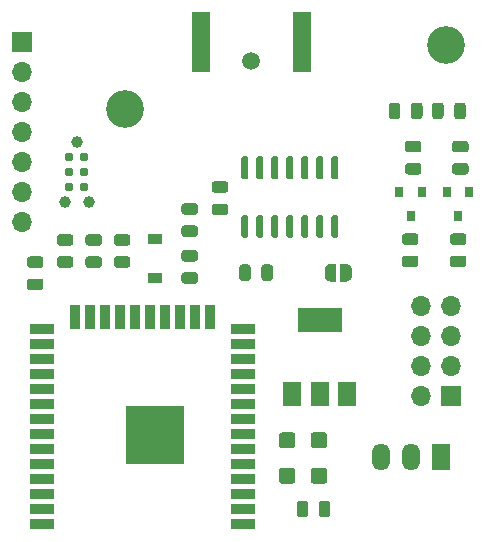
<source format=gts>
G04 #@! TF.GenerationSoftware,KiCad,Pcbnew,(5.1.9-0-10_14)*
G04 #@! TF.CreationDate,2021-01-29T16:34:27+01:00*
G04 #@! TF.ProjectId,ithowifi_4l,6974686f-7769-4666-995f-346c2e6b6963,rev?*
G04 #@! TF.SameCoordinates,Original*
G04 #@! TF.FileFunction,Soldermask,Top*
G04 #@! TF.FilePolarity,Negative*
%FSLAX46Y46*%
G04 Gerber Fmt 4.6, Leading zero omitted, Abs format (unit mm)*
G04 Created by KiCad (PCBNEW (5.1.9-0-10_14)) date 2021-01-29 16:34:27*
%MOMM*%
%LPD*%
G01*
G04 APERTURE LIST*
%ADD10C,3.200000*%
%ADD11C,0.787400*%
%ADD12C,0.990600*%
%ADD13R,2.000000X0.900000*%
%ADD14R,0.900000X2.000000*%
%ADD15R,5.000000X5.000000*%
%ADD16C,0.100000*%
%ADD17C,1.500000*%
%ADD18R,1.500000X2.000000*%
%ADD19R,3.800000X2.000000*%
%ADD20O,1.700000X1.700000*%
%ADD21R,1.700000X1.700000*%
%ADD22R,1.200000X0.900000*%
%ADD23R,1.500000X5.080000*%
%ADD24R,0.800000X0.900000*%
%ADD25O,1.500000X2.300000*%
%ADD26R,1.500000X2.300000*%
G04 APERTURE END LIST*
D10*
X94488000Y-113538000D03*
G36*
G01*
X104772600Y-124416000D02*
X104472600Y-124416000D01*
G75*
G02*
X104322600Y-124266000I0J150000D01*
G01*
X104322600Y-122616000D01*
G75*
G02*
X104472600Y-122466000I150000J0D01*
G01*
X104772600Y-122466000D01*
G75*
G02*
X104922600Y-122616000I0J-150000D01*
G01*
X104922600Y-124266000D01*
G75*
G02*
X104772600Y-124416000I-150000J0D01*
G01*
G37*
G36*
G01*
X106042600Y-124416000D02*
X105742600Y-124416000D01*
G75*
G02*
X105592600Y-124266000I0J150000D01*
G01*
X105592600Y-122616000D01*
G75*
G02*
X105742600Y-122466000I150000J0D01*
G01*
X106042600Y-122466000D01*
G75*
G02*
X106192600Y-122616000I0J-150000D01*
G01*
X106192600Y-124266000D01*
G75*
G02*
X106042600Y-124416000I-150000J0D01*
G01*
G37*
G36*
G01*
X107312600Y-124416000D02*
X107012600Y-124416000D01*
G75*
G02*
X106862600Y-124266000I0J150000D01*
G01*
X106862600Y-122616000D01*
G75*
G02*
X107012600Y-122466000I150000J0D01*
G01*
X107312600Y-122466000D01*
G75*
G02*
X107462600Y-122616000I0J-150000D01*
G01*
X107462600Y-124266000D01*
G75*
G02*
X107312600Y-124416000I-150000J0D01*
G01*
G37*
G36*
G01*
X108582600Y-124416000D02*
X108282600Y-124416000D01*
G75*
G02*
X108132600Y-124266000I0J150000D01*
G01*
X108132600Y-122616000D01*
G75*
G02*
X108282600Y-122466000I150000J0D01*
G01*
X108582600Y-122466000D01*
G75*
G02*
X108732600Y-122616000I0J-150000D01*
G01*
X108732600Y-124266000D01*
G75*
G02*
X108582600Y-124416000I-150000J0D01*
G01*
G37*
G36*
G01*
X109852600Y-124416000D02*
X109552600Y-124416000D01*
G75*
G02*
X109402600Y-124266000I0J150000D01*
G01*
X109402600Y-122616000D01*
G75*
G02*
X109552600Y-122466000I150000J0D01*
G01*
X109852600Y-122466000D01*
G75*
G02*
X110002600Y-122616000I0J-150000D01*
G01*
X110002600Y-124266000D01*
G75*
G02*
X109852600Y-124416000I-150000J0D01*
G01*
G37*
G36*
G01*
X111122600Y-124416000D02*
X110822600Y-124416000D01*
G75*
G02*
X110672600Y-124266000I0J150000D01*
G01*
X110672600Y-122616000D01*
G75*
G02*
X110822600Y-122466000I150000J0D01*
G01*
X111122600Y-122466000D01*
G75*
G02*
X111272600Y-122616000I0J-150000D01*
G01*
X111272600Y-124266000D01*
G75*
G02*
X111122600Y-124416000I-150000J0D01*
G01*
G37*
G36*
G01*
X112392600Y-124416000D02*
X112092600Y-124416000D01*
G75*
G02*
X111942600Y-124266000I0J150000D01*
G01*
X111942600Y-122616000D01*
G75*
G02*
X112092600Y-122466000I150000J0D01*
G01*
X112392600Y-122466000D01*
G75*
G02*
X112542600Y-122616000I0J-150000D01*
G01*
X112542600Y-124266000D01*
G75*
G02*
X112392600Y-124416000I-150000J0D01*
G01*
G37*
G36*
G01*
X112392600Y-119466000D02*
X112092600Y-119466000D01*
G75*
G02*
X111942600Y-119316000I0J150000D01*
G01*
X111942600Y-117666000D01*
G75*
G02*
X112092600Y-117516000I150000J0D01*
G01*
X112392600Y-117516000D01*
G75*
G02*
X112542600Y-117666000I0J-150000D01*
G01*
X112542600Y-119316000D01*
G75*
G02*
X112392600Y-119466000I-150000J0D01*
G01*
G37*
G36*
G01*
X111122600Y-119466000D02*
X110822600Y-119466000D01*
G75*
G02*
X110672600Y-119316000I0J150000D01*
G01*
X110672600Y-117666000D01*
G75*
G02*
X110822600Y-117516000I150000J0D01*
G01*
X111122600Y-117516000D01*
G75*
G02*
X111272600Y-117666000I0J-150000D01*
G01*
X111272600Y-119316000D01*
G75*
G02*
X111122600Y-119466000I-150000J0D01*
G01*
G37*
G36*
G01*
X109852600Y-119466000D02*
X109552600Y-119466000D01*
G75*
G02*
X109402600Y-119316000I0J150000D01*
G01*
X109402600Y-117666000D01*
G75*
G02*
X109552600Y-117516000I150000J0D01*
G01*
X109852600Y-117516000D01*
G75*
G02*
X110002600Y-117666000I0J-150000D01*
G01*
X110002600Y-119316000D01*
G75*
G02*
X109852600Y-119466000I-150000J0D01*
G01*
G37*
G36*
G01*
X108582600Y-119466000D02*
X108282600Y-119466000D01*
G75*
G02*
X108132600Y-119316000I0J150000D01*
G01*
X108132600Y-117666000D01*
G75*
G02*
X108282600Y-117516000I150000J0D01*
G01*
X108582600Y-117516000D01*
G75*
G02*
X108732600Y-117666000I0J-150000D01*
G01*
X108732600Y-119316000D01*
G75*
G02*
X108582600Y-119466000I-150000J0D01*
G01*
G37*
G36*
G01*
X107312600Y-119466000D02*
X107012600Y-119466000D01*
G75*
G02*
X106862600Y-119316000I0J150000D01*
G01*
X106862600Y-117666000D01*
G75*
G02*
X107012600Y-117516000I150000J0D01*
G01*
X107312600Y-117516000D01*
G75*
G02*
X107462600Y-117666000I0J-150000D01*
G01*
X107462600Y-119316000D01*
G75*
G02*
X107312600Y-119466000I-150000J0D01*
G01*
G37*
G36*
G01*
X106042600Y-119466000D02*
X105742600Y-119466000D01*
G75*
G02*
X105592600Y-119316000I0J150000D01*
G01*
X105592600Y-117666000D01*
G75*
G02*
X105742600Y-117516000I150000J0D01*
G01*
X106042600Y-117516000D01*
G75*
G02*
X106192600Y-117666000I0J-150000D01*
G01*
X106192600Y-119316000D01*
G75*
G02*
X106042600Y-119466000I-150000J0D01*
G01*
G37*
G36*
G01*
X104772600Y-119466000D02*
X104472600Y-119466000D01*
G75*
G02*
X104322600Y-119316000I0J150000D01*
G01*
X104322600Y-117666000D01*
G75*
G02*
X104472600Y-117516000I150000J0D01*
G01*
X104772600Y-117516000D01*
G75*
G02*
X104922600Y-117666000I0J-150000D01*
G01*
X104922600Y-119316000D01*
G75*
G02*
X104772600Y-119466000I-150000J0D01*
G01*
G37*
D11*
X91033600Y-120142000D03*
X91033600Y-118872000D03*
X89763600Y-120142000D03*
X89763600Y-118872000D03*
X89763600Y-117602000D03*
X91033600Y-117602000D03*
D12*
X89382600Y-121412000D03*
X91414600Y-121412000D03*
X90398600Y-116332000D03*
D10*
X121630000Y-108120000D03*
D13*
X87477600Y-148615400D03*
X87477600Y-147345400D03*
X87477600Y-146075400D03*
X87477600Y-144805400D03*
X87477600Y-143535400D03*
X87477600Y-142265400D03*
X87477600Y-140995400D03*
X87477600Y-139725400D03*
X87477600Y-138455400D03*
X87477600Y-137185400D03*
X87477600Y-135915400D03*
X87477600Y-134645400D03*
X87477600Y-133375400D03*
X87477600Y-132105400D03*
D14*
X90262600Y-131105400D03*
X91532600Y-131105400D03*
X92802600Y-131105400D03*
X94072600Y-131105400D03*
X95342600Y-131105400D03*
X96612600Y-131105400D03*
X97882600Y-131105400D03*
X99152600Y-131105400D03*
X100422600Y-131105400D03*
X101692600Y-131105400D03*
D13*
X104477600Y-132105400D03*
X104477600Y-133375400D03*
X104477600Y-134645400D03*
X104477600Y-135915400D03*
X104477600Y-137185400D03*
X104477600Y-138455400D03*
X104477600Y-139725400D03*
X104477600Y-140995400D03*
X104477600Y-142265400D03*
X104477600Y-143535400D03*
X104477600Y-144805400D03*
X104477600Y-146075400D03*
X104477600Y-147345400D03*
X104477600Y-148615400D03*
D15*
X96977600Y-141115400D03*
D16*
G36*
X111872000Y-128104998D02*
G01*
X111847466Y-128104998D01*
X111798635Y-128100188D01*
X111750510Y-128090616D01*
X111703555Y-128076372D01*
X111658222Y-128057595D01*
X111614949Y-128034464D01*
X111574150Y-128007204D01*
X111536221Y-127976076D01*
X111501524Y-127941379D01*
X111470396Y-127903450D01*
X111443136Y-127862651D01*
X111420005Y-127819378D01*
X111401228Y-127774045D01*
X111386984Y-127727090D01*
X111377412Y-127678965D01*
X111372602Y-127630134D01*
X111372602Y-127605600D01*
X111372000Y-127605600D01*
X111372000Y-127105600D01*
X111372602Y-127105600D01*
X111372602Y-127081066D01*
X111377412Y-127032235D01*
X111386984Y-126984110D01*
X111401228Y-126937155D01*
X111420005Y-126891822D01*
X111443136Y-126848549D01*
X111470396Y-126807750D01*
X111501524Y-126769821D01*
X111536221Y-126735124D01*
X111574150Y-126703996D01*
X111614949Y-126676736D01*
X111658222Y-126653605D01*
X111703555Y-126634828D01*
X111750510Y-126620584D01*
X111798635Y-126611012D01*
X111847466Y-126606202D01*
X111872000Y-126606202D01*
X111872000Y-126605600D01*
X112372000Y-126605600D01*
X112372000Y-128105600D01*
X111872000Y-128105600D01*
X111872000Y-128104998D01*
G37*
G36*
X112672000Y-126605600D02*
G01*
X113172000Y-126605600D01*
X113172000Y-126606202D01*
X113196534Y-126606202D01*
X113245365Y-126611012D01*
X113293490Y-126620584D01*
X113340445Y-126634828D01*
X113385778Y-126653605D01*
X113429051Y-126676736D01*
X113469850Y-126703996D01*
X113507779Y-126735124D01*
X113542476Y-126769821D01*
X113573604Y-126807750D01*
X113600864Y-126848549D01*
X113623995Y-126891822D01*
X113642772Y-126937155D01*
X113657016Y-126984110D01*
X113666588Y-127032235D01*
X113671398Y-127081066D01*
X113671398Y-127105600D01*
X113672000Y-127105600D01*
X113672000Y-127605600D01*
X113671398Y-127605600D01*
X113671398Y-127630134D01*
X113666588Y-127678965D01*
X113657016Y-127727090D01*
X113642772Y-127774045D01*
X113623995Y-127819378D01*
X113600864Y-127862651D01*
X113573604Y-127903450D01*
X113542476Y-127941379D01*
X113507779Y-127976076D01*
X113469850Y-128007204D01*
X113429051Y-128034464D01*
X113385778Y-128057595D01*
X113340445Y-128076372D01*
X113293490Y-128090616D01*
X113245365Y-128100188D01*
X113196534Y-128104998D01*
X113172000Y-128104998D01*
X113172000Y-128105600D01*
X112672000Y-128105600D01*
X112672000Y-126605600D01*
G37*
G36*
G01*
X106014700Y-127811850D02*
X106014700Y-126899350D01*
G75*
G02*
X106258450Y-126655600I243750J0D01*
G01*
X106745950Y-126655600D01*
G75*
G02*
X106989700Y-126899350I0J-243750D01*
G01*
X106989700Y-127811850D01*
G75*
G02*
X106745950Y-128055600I-243750J0D01*
G01*
X106258450Y-128055600D01*
G75*
G02*
X106014700Y-127811850I0J243750D01*
G01*
G37*
G36*
G01*
X104139700Y-127811850D02*
X104139700Y-126899350D01*
G75*
G02*
X104383450Y-126655600I243750J0D01*
G01*
X104870950Y-126655600D01*
G75*
G02*
X105114700Y-126899350I0J-243750D01*
G01*
X105114700Y-127811850D01*
G75*
G02*
X104870950Y-128055600I-243750J0D01*
G01*
X104383450Y-128055600D01*
G75*
G02*
X104139700Y-127811850I0J243750D01*
G01*
G37*
G36*
G01*
X108896400Y-141129199D02*
X108896400Y-141979201D01*
G75*
G02*
X108646401Y-142229200I-249999J0D01*
G01*
X107746399Y-142229200D01*
G75*
G02*
X107496400Y-141979201I0J249999D01*
G01*
X107496400Y-141129199D01*
G75*
G02*
X107746399Y-140879200I249999J0D01*
G01*
X108646401Y-140879200D01*
G75*
G02*
X108896400Y-141129199I0J-249999D01*
G01*
G37*
G36*
G01*
X111596400Y-141129199D02*
X111596400Y-141979201D01*
G75*
G02*
X111346401Y-142229200I-249999J0D01*
G01*
X110446399Y-142229200D01*
G75*
G02*
X110196400Y-141979201I0J249999D01*
G01*
X110196400Y-141129199D01*
G75*
G02*
X110446399Y-140879200I249999J0D01*
G01*
X111346401Y-140879200D01*
G75*
G02*
X111596400Y-141129199I0J-249999D01*
G01*
G37*
G36*
G01*
X108900200Y-144126399D02*
X108900200Y-144976401D01*
G75*
G02*
X108650201Y-145226400I-249999J0D01*
G01*
X107750199Y-145226400D01*
G75*
G02*
X107500200Y-144976401I0J249999D01*
G01*
X107500200Y-144126399D01*
G75*
G02*
X107750199Y-143876400I249999J0D01*
G01*
X108650201Y-143876400D01*
G75*
G02*
X108900200Y-144126399I0J-249999D01*
G01*
G37*
G36*
G01*
X111600200Y-144126399D02*
X111600200Y-144976401D01*
G75*
G02*
X111350201Y-145226400I-249999J0D01*
G01*
X110450199Y-145226400D01*
G75*
G02*
X110200200Y-144976401I0J249999D01*
G01*
X110200200Y-144126399D01*
G75*
G02*
X110450199Y-143876400I249999J0D01*
G01*
X111350201Y-143876400D01*
G75*
G02*
X111600200Y-144126399I0J-249999D01*
G01*
G37*
D17*
X105181400Y-109474000D03*
G36*
G01*
X87324250Y-126954100D02*
X86411750Y-126954100D01*
G75*
G02*
X86168000Y-126710350I0J243750D01*
G01*
X86168000Y-126222850D01*
G75*
G02*
X86411750Y-125979100I243750J0D01*
G01*
X87324250Y-125979100D01*
G75*
G02*
X87568000Y-126222850I0J-243750D01*
G01*
X87568000Y-126710350D01*
G75*
G02*
X87324250Y-126954100I-243750J0D01*
G01*
G37*
G36*
G01*
X87324250Y-128829100D02*
X86411750Y-128829100D01*
G75*
G02*
X86168000Y-128585350I0J243750D01*
G01*
X86168000Y-128097850D01*
G75*
G02*
X86411750Y-127854100I243750J0D01*
G01*
X87324250Y-127854100D01*
G75*
G02*
X87568000Y-128097850I0J-243750D01*
G01*
X87568000Y-128585350D01*
G75*
G02*
X87324250Y-128829100I-243750J0D01*
G01*
G37*
G36*
G01*
X88951750Y-125974500D02*
X89864250Y-125974500D01*
G75*
G02*
X90108000Y-126218250I0J-243750D01*
G01*
X90108000Y-126705750D01*
G75*
G02*
X89864250Y-126949500I-243750J0D01*
G01*
X88951750Y-126949500D01*
G75*
G02*
X88708000Y-126705750I0J243750D01*
G01*
X88708000Y-126218250D01*
G75*
G02*
X88951750Y-125974500I243750J0D01*
G01*
G37*
G36*
G01*
X88951750Y-124099500D02*
X89864250Y-124099500D01*
G75*
G02*
X90108000Y-124343250I0J-243750D01*
G01*
X90108000Y-124830750D01*
G75*
G02*
X89864250Y-125074500I-243750J0D01*
G01*
X88951750Y-125074500D01*
G75*
G02*
X88708000Y-124830750I0J243750D01*
G01*
X88708000Y-124343250D01*
G75*
G02*
X88951750Y-124099500I243750J0D01*
G01*
G37*
D18*
X108647200Y-137668000D03*
X113247200Y-137668000D03*
X110947200Y-137668000D03*
D19*
X110947200Y-131368000D03*
G36*
G01*
X94690250Y-125074500D02*
X93777750Y-125074500D01*
G75*
G02*
X93534000Y-124830750I0J243750D01*
G01*
X93534000Y-124343250D01*
G75*
G02*
X93777750Y-124099500I243750J0D01*
G01*
X94690250Y-124099500D01*
G75*
G02*
X94934000Y-124343250I0J-243750D01*
G01*
X94934000Y-124830750D01*
G75*
G02*
X94690250Y-125074500I-243750J0D01*
G01*
G37*
G36*
G01*
X94690250Y-126949500D02*
X93777750Y-126949500D01*
G75*
G02*
X93534000Y-126705750I0J243750D01*
G01*
X93534000Y-126218250D01*
G75*
G02*
X93777750Y-125974500I243750J0D01*
G01*
X94690250Y-125974500D01*
G75*
G02*
X94934000Y-126218250I0J-243750D01*
G01*
X94934000Y-126705750D01*
G75*
G02*
X94690250Y-126949500I-243750J0D01*
G01*
G37*
G36*
G01*
X100405250Y-122458300D02*
X99492750Y-122458300D01*
G75*
G02*
X99249000Y-122214550I0J243750D01*
G01*
X99249000Y-121727050D01*
G75*
G02*
X99492750Y-121483300I243750J0D01*
G01*
X100405250Y-121483300D01*
G75*
G02*
X100649000Y-121727050I0J-243750D01*
G01*
X100649000Y-122214550D01*
G75*
G02*
X100405250Y-122458300I-243750J0D01*
G01*
G37*
G36*
G01*
X100405250Y-124333300D02*
X99492750Y-124333300D01*
G75*
G02*
X99249000Y-124089550I0J243750D01*
G01*
X99249000Y-123602050D01*
G75*
G02*
X99492750Y-123358300I243750J0D01*
G01*
X100405250Y-123358300D01*
G75*
G02*
X100649000Y-123602050I0J-243750D01*
G01*
X100649000Y-124089550D01*
G75*
G02*
X100405250Y-124333300I-243750J0D01*
G01*
G37*
D20*
X85725000Y-123037600D03*
X85725000Y-120497600D03*
X85725000Y-117957600D03*
X85725000Y-115417600D03*
X85725000Y-112877600D03*
X85725000Y-110337600D03*
D21*
X85725000Y-107797600D03*
D22*
X97028000Y-124536200D03*
X97028000Y-127836200D03*
G36*
G01*
X110886900Y-147827050D02*
X110886900Y-146914550D01*
G75*
G02*
X111130650Y-146670800I243750J0D01*
G01*
X111618150Y-146670800D01*
G75*
G02*
X111861900Y-146914550I0J-243750D01*
G01*
X111861900Y-147827050D01*
G75*
G02*
X111618150Y-148070800I-243750J0D01*
G01*
X111130650Y-148070800D01*
G75*
G02*
X110886900Y-147827050I0J243750D01*
G01*
G37*
G36*
G01*
X109011900Y-147827050D02*
X109011900Y-146914550D01*
G75*
G02*
X109255650Y-146670800I243750J0D01*
G01*
X109743150Y-146670800D01*
G75*
G02*
X109986900Y-146914550I0J-243750D01*
G01*
X109986900Y-147827050D01*
G75*
G02*
X109743150Y-148070800I-243750J0D01*
G01*
X109255650Y-148070800D01*
G75*
G02*
X109011900Y-147827050I0J243750D01*
G01*
G37*
G36*
G01*
X99492750Y-127323000D02*
X100405250Y-127323000D01*
G75*
G02*
X100649000Y-127566750I0J-243750D01*
G01*
X100649000Y-128054250D01*
G75*
G02*
X100405250Y-128298000I-243750J0D01*
G01*
X99492750Y-128298000D01*
G75*
G02*
X99249000Y-128054250I0J243750D01*
G01*
X99249000Y-127566750D01*
G75*
G02*
X99492750Y-127323000I243750J0D01*
G01*
G37*
G36*
G01*
X99492750Y-125448000D02*
X100405250Y-125448000D01*
G75*
G02*
X100649000Y-125691750I0J-243750D01*
G01*
X100649000Y-126179250D01*
G75*
G02*
X100405250Y-126423000I-243750J0D01*
G01*
X99492750Y-126423000D01*
G75*
G02*
X99249000Y-126179250I0J243750D01*
G01*
X99249000Y-125691750D01*
G75*
G02*
X99492750Y-125448000I243750J0D01*
G01*
G37*
D23*
X100931400Y-107848400D03*
X109431400Y-107848400D03*
G36*
G01*
X118687000Y-114121250D02*
X118687000Y-113208750D01*
G75*
G02*
X118930750Y-112965000I243750J0D01*
G01*
X119418250Y-112965000D01*
G75*
G02*
X119662000Y-113208750I0J-243750D01*
G01*
X119662000Y-114121250D01*
G75*
G02*
X119418250Y-114365000I-243750J0D01*
G01*
X118930750Y-114365000D01*
G75*
G02*
X118687000Y-114121250I0J243750D01*
G01*
G37*
G36*
G01*
X116812000Y-114121250D02*
X116812000Y-113208750D01*
G75*
G02*
X117055750Y-112965000I243750J0D01*
G01*
X117543250Y-112965000D01*
G75*
G02*
X117787000Y-113208750I0J-243750D01*
G01*
X117787000Y-114121250D01*
G75*
G02*
X117543250Y-114365000I-243750J0D01*
G01*
X117055750Y-114365000D01*
G75*
G02*
X116812000Y-114121250I0J243750D01*
G01*
G37*
G36*
G01*
X92277250Y-126949500D02*
X91364750Y-126949500D01*
G75*
G02*
X91121000Y-126705750I0J243750D01*
G01*
X91121000Y-126218250D01*
G75*
G02*
X91364750Y-125974500I243750J0D01*
G01*
X92277250Y-125974500D01*
G75*
G02*
X92521000Y-126218250I0J-243750D01*
G01*
X92521000Y-126705750D01*
G75*
G02*
X92277250Y-126949500I-243750J0D01*
G01*
G37*
G36*
G01*
X92277250Y-125074500D02*
X91364750Y-125074500D01*
G75*
G02*
X91121000Y-124830750I0J243750D01*
G01*
X91121000Y-124343250D01*
G75*
G02*
X91364750Y-124099500I243750J0D01*
G01*
X92277250Y-124099500D01*
G75*
G02*
X92521000Y-124343250I0J-243750D01*
G01*
X92521000Y-124830750D01*
G75*
G02*
X92277250Y-125074500I-243750J0D01*
G01*
G37*
G36*
G01*
X121442300Y-113208750D02*
X121442300Y-114121250D01*
G75*
G02*
X121198550Y-114365000I-243750J0D01*
G01*
X120711050Y-114365000D01*
G75*
G02*
X120467300Y-114121250I0J243750D01*
G01*
X120467300Y-113208750D01*
G75*
G02*
X120711050Y-112965000I243750J0D01*
G01*
X121198550Y-112965000D01*
G75*
G02*
X121442300Y-113208750I0J-243750D01*
G01*
G37*
G36*
G01*
X123317300Y-113208750D02*
X123317300Y-114121250D01*
G75*
G02*
X123073550Y-114365000I-243750J0D01*
G01*
X122586050Y-114365000D01*
G75*
G02*
X122342300Y-114121250I0J243750D01*
G01*
X122342300Y-113208750D01*
G75*
G02*
X122586050Y-112965000I243750J0D01*
G01*
X123073550Y-112965000D01*
G75*
G02*
X123317300Y-113208750I0J-243750D01*
G01*
G37*
G36*
G01*
X118161750Y-125911000D02*
X119074250Y-125911000D01*
G75*
G02*
X119318000Y-126154750I0J-243750D01*
G01*
X119318000Y-126642250D01*
G75*
G02*
X119074250Y-126886000I-243750J0D01*
G01*
X118161750Y-126886000D01*
G75*
G02*
X117918000Y-126642250I0J243750D01*
G01*
X117918000Y-126154750D01*
G75*
G02*
X118161750Y-125911000I243750J0D01*
G01*
G37*
G36*
G01*
X118161750Y-124036000D02*
X119074250Y-124036000D01*
G75*
G02*
X119318000Y-124279750I0J-243750D01*
G01*
X119318000Y-124767250D01*
G75*
G02*
X119074250Y-125011000I-243750J0D01*
G01*
X118161750Y-125011000D01*
G75*
G02*
X117918000Y-124767250I0J243750D01*
G01*
X117918000Y-124279750D01*
G75*
G02*
X118161750Y-124036000I243750J0D01*
G01*
G37*
G36*
G01*
X122225750Y-125911000D02*
X123138250Y-125911000D01*
G75*
G02*
X123382000Y-126154750I0J-243750D01*
G01*
X123382000Y-126642250D01*
G75*
G02*
X123138250Y-126886000I-243750J0D01*
G01*
X122225750Y-126886000D01*
G75*
G02*
X121982000Y-126642250I0J243750D01*
G01*
X121982000Y-126154750D01*
G75*
G02*
X122225750Y-125911000I243750J0D01*
G01*
G37*
G36*
G01*
X122225750Y-124036000D02*
X123138250Y-124036000D01*
G75*
G02*
X123382000Y-124279750I0J-243750D01*
G01*
X123382000Y-124767250D01*
G75*
G02*
X123138250Y-125011000I-243750J0D01*
G01*
X122225750Y-125011000D01*
G75*
G02*
X121982000Y-124767250I0J243750D01*
G01*
X121982000Y-124279750D01*
G75*
G02*
X122225750Y-124036000I243750J0D01*
G01*
G37*
G36*
G01*
X118415750Y-118074400D02*
X119328250Y-118074400D01*
G75*
G02*
X119572000Y-118318150I0J-243750D01*
G01*
X119572000Y-118805650D01*
G75*
G02*
X119328250Y-119049400I-243750J0D01*
G01*
X118415750Y-119049400D01*
G75*
G02*
X118172000Y-118805650I0J243750D01*
G01*
X118172000Y-118318150D01*
G75*
G02*
X118415750Y-118074400I243750J0D01*
G01*
G37*
G36*
G01*
X118415750Y-116199400D02*
X119328250Y-116199400D01*
G75*
G02*
X119572000Y-116443150I0J-243750D01*
G01*
X119572000Y-116930650D01*
G75*
G02*
X119328250Y-117174400I-243750J0D01*
G01*
X118415750Y-117174400D01*
G75*
G02*
X118172000Y-116930650I0J243750D01*
G01*
X118172000Y-116443150D01*
G75*
G02*
X118415750Y-116199400I243750J0D01*
G01*
G37*
G36*
G01*
X123316050Y-117174400D02*
X122403550Y-117174400D01*
G75*
G02*
X122159800Y-116930650I0J243750D01*
G01*
X122159800Y-116443150D01*
G75*
G02*
X122403550Y-116199400I243750J0D01*
G01*
X123316050Y-116199400D01*
G75*
G02*
X123559800Y-116443150I0J-243750D01*
G01*
X123559800Y-116930650D01*
G75*
G02*
X123316050Y-117174400I-243750J0D01*
G01*
G37*
G36*
G01*
X123316050Y-119049400D02*
X122403550Y-119049400D01*
G75*
G02*
X122159800Y-118805650I0J243750D01*
G01*
X122159800Y-118318150D01*
G75*
G02*
X122403550Y-118074400I243750J0D01*
G01*
X123316050Y-118074400D01*
G75*
G02*
X123559800Y-118318150I0J-243750D01*
G01*
X123559800Y-118805650D01*
G75*
G02*
X123316050Y-119049400I-243750J0D01*
G01*
G37*
G36*
G01*
X102970650Y-122479100D02*
X102058150Y-122479100D01*
G75*
G02*
X101814400Y-122235350I0J243750D01*
G01*
X101814400Y-121747850D01*
G75*
G02*
X102058150Y-121504100I243750J0D01*
G01*
X102970650Y-121504100D01*
G75*
G02*
X103214400Y-121747850I0J-243750D01*
G01*
X103214400Y-122235350D01*
G75*
G02*
X102970650Y-122479100I-243750J0D01*
G01*
G37*
G36*
G01*
X102970650Y-120604100D02*
X102058150Y-120604100D01*
G75*
G02*
X101814400Y-120360350I0J243750D01*
G01*
X101814400Y-119872850D01*
G75*
G02*
X102058150Y-119629100I243750J0D01*
G01*
X102970650Y-119629100D01*
G75*
G02*
X103214400Y-119872850I0J-243750D01*
G01*
X103214400Y-120360350D01*
G75*
G02*
X102970650Y-120604100I-243750J0D01*
G01*
G37*
D24*
X118658600Y-122539000D03*
X117708600Y-120539000D03*
X119608600Y-120539000D03*
X122656600Y-122539000D03*
X121706600Y-120539000D03*
X123606600Y-120539000D03*
D25*
X116179600Y-142951200D03*
X118719600Y-142951200D03*
D26*
X121259600Y-142951200D03*
D21*
X122047000Y-137795000D03*
D20*
X119507000Y-137795000D03*
X122047000Y-135255000D03*
X119507000Y-135255000D03*
X122047000Y-132715000D03*
X119507000Y-132715000D03*
X122047000Y-130175000D03*
X119507000Y-130175000D03*
M02*

</source>
